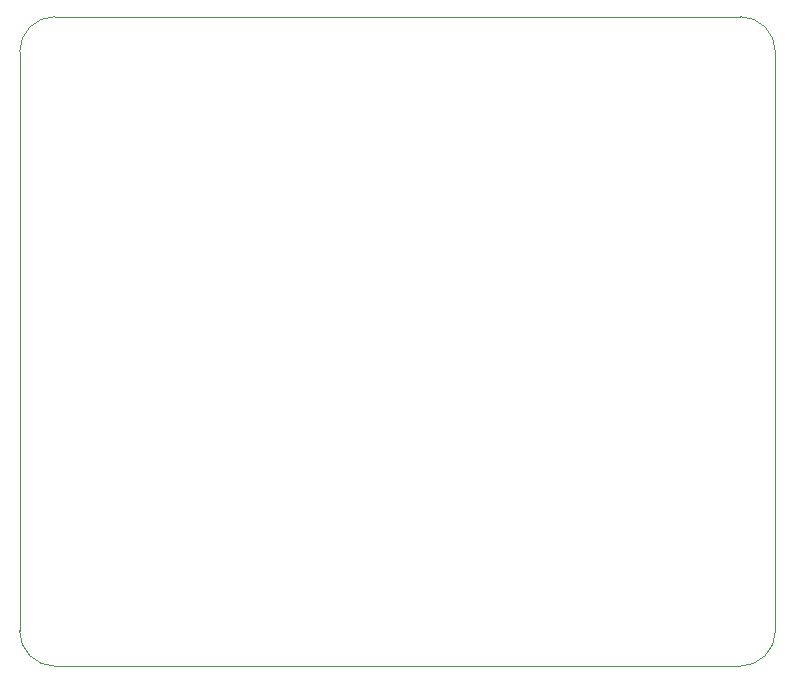
<source format=gm1>
G04 #@! TF.GenerationSoftware,KiCad,Pcbnew,(6.0.0)*
G04 #@! TF.CreationDate,2022-08-18T21:55:53-04:00*
G04 #@! TF.ProjectId,WD37C65 pi hat,57443337-4336-4352-9070-69206861742e,rev?*
G04 #@! TF.SameCoordinates,Original*
G04 #@! TF.FileFunction,Profile,NP*
%FSLAX46Y46*%
G04 Gerber Fmt 4.6, Leading zero omitted, Abs format (unit mm)*
G04 Created by KiCad (PCBNEW (6.0.0)) date 2022-08-18 21:55:53*
%MOMM*%
%LPD*%
G01*
G04 APERTURE LIST*
G04 #@! TA.AperFunction,Profile*
%ADD10C,0.100000*%
G04 #@! TD*
G04 APERTURE END LIST*
D10*
X141000000Y-115000000D02*
X141000000Y-160000000D01*
X138000000Y-167000000D02*
G75*
G03*
X141000000Y-164000000I-1J3000001D01*
G01*
X77000000Y-164000000D02*
G75*
G03*
X80000000Y-167000000I3000001J1D01*
G01*
X77000000Y-115000000D02*
X77000000Y-161000000D01*
X80000000Y-112000000D02*
X138000000Y-112000000D01*
X138000000Y-167000000D02*
X80000000Y-167000000D01*
X141000000Y-164000000D02*
X141000000Y-160000000D01*
X80000000Y-112000000D02*
G75*
G03*
X77000000Y-115000000I1J-3000001D01*
G01*
X141000000Y-115000000D02*
G75*
G03*
X138000000Y-112000000I-3000001J-1D01*
G01*
X77000000Y-164000000D02*
X77000000Y-161000000D01*
M02*

</source>
